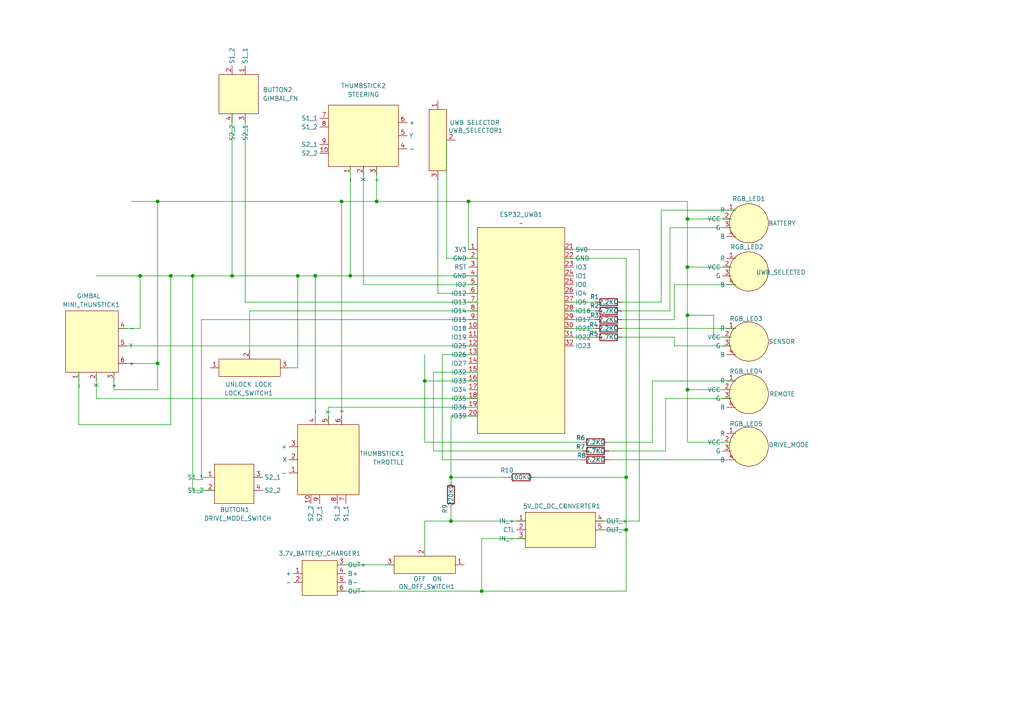
<source format=kicad_sch>
(kicad_sch (version 20250114) (generator "eeschema") (generator_version "9.0")
  (paper "A4")
  (title_block (title "Autocam Remote") (date "2025-03-18") (rev "v0.3"))
  (lib_symbols
    (symbol "Autocam:3_PIN_Switch"
      (property "Reference" "U?" (at -0.254 5.334 0))
      (symbol "3_PIN_Switch_1_1"
        (rectangle (start -8.89 2.54) (end 8.89 -2.54) (fill (type color) (color 255 255 194 1)))
        (pin passive line (at -8.89 0 180) (length 2.54) (name "") (number "1"))
        (pin passive line (at 0 -2.54 270) (length 2.54) (name "") (number "2"))
        (pin passive line (at 8.89 0 0) (length 2.54) (name "") (number "3"))
      )
    )
    (symbol "Autocam:5V_DC_Converter_Rectangle"
      (property "Reference" "U?" (at 0 6.604 0))
      (symbol "5V_DC_Converter_Rectangle_1_1"
        (rectangle (start -10.16 5.08) (end 10.16 -5.08) (fill (type color) (color 255 255 194 1)))
        (pin power_in line (at -10.16 2.54 180) (length 2.54) (name "IN_+") (number "1"))
        (pin input line (at -10.16 0 180) (length 2.54) (name "CTL") (number "2"))
        (pin power_in line (at -10.16 -2.54 180) (length 2.54) (name "IN_-") (number "3"))
        (pin power_out line (at 10.16 2.54 0) (length 2.54) (name "OUT_+") (number "4"))
        (pin power_out line (at 10.16 0 0) (length 2.54) (name "OUT_-") (number "5"))
      )
    )
    (symbol "Autocam:ANODE_RGB_LED_Round"
      (property "Reference" "U?" (at 0 7.62 0))
      (symbol "ANODE_RGB_LED_Round_1_1"
        (circle (center 0 0) (radius 5.6796) (fill (type color) (color 255 255 194 1)))
        (pin power_in line (at -5.08 1.27 180) (length 2.54) (name "VCC") (number "2"))
        (pin passive line (at -5.08 -1.27 180) (length 2.54) (name "G") (number "3"))
        (pin passive line (at -3.81 3.81 180) (length 2.54) (name "R") (number "1"))
        (pin passive line (at -3.81 -3.81 180) (length 2.54) (name "B") (number "4"))
      )
    )
    (symbol "Autocam:Makersfab_ESP32_UWB"
      (property "Reference" "U?" (at -0.508 31.75 0))
      (symbol "Makersfab_ESP32_UWB_1_1"
        (rectangle (start -12.7 29.21) (end 12.7 -30.48) (fill (type color) (color 255 255 194 1)))
        (pin power_out line (at -12.7 22.86 180) (length 2.54) (name "3V3") (number "1"))
        (pin power_in line (at -12.7 20.32 180) (length 2.54) (name "GND") (number "2"))
        (pin input line (at -12.7 17.78 180) (length 2.54) (name "RST") (number "3"))
        (pin power_in line (at -12.7 15.24 180) (length 2.54) (name "GND") (number "4"))
        (pin bidirectional line (at -12.7 12.7 180) (length 2.54) (name "IO2") (number "5"))
        (pin bidirectional line (at -12.7 10.16 180) (length 2.54) (name "IO12") (number "6"))
        (pin bidirectional line (at -12.7 7.62 180) (length 2.54) (name "IO13") (number "7"))
        (pin bidirectional line (at -12.7 5.08 180) (length 2.54) (name "IO14") (number "8"))
        (pin bidirectional line (at -12.7 2.54 180) (length 2.54) (name "IO15") (number "9"))
        (pin bidirectional line (at -12.7 0 180) (length 2.54) (name "IO18") (number "10"))
        (pin bidirectional line (at -12.7 -2.54 180) (length 2.54) (name "IO19") (number "11"))
        (pin bidirectional line (at -12.7 -5.08 180) (length 2.54) (name "IO25") (number "12"))
        (pin bidirectional line (at -12.7 -7.62 180) (length 2.54) (name "IO26") (number "13"))
        (pin bidirectional line (at -12.7 -10.16 180) (length 2.54) (name "IO27") (number "14"))
        (pin bidirectional line (at -12.7 -12.7 180) (length 2.54) (name "IO32") (number "15"))
        (pin bidirectional line (at -12.7 -15.24 180) (length 2.54) (name "IO33") (number "16"))
        (pin bidirectional line (at -12.7 -17.78 180) (length 2.54) (name "IO34") (number "17"))
        (pin bidirectional line (at -12.7 -20.32 180) (length 2.54) (name "IO35") (number "18"))
        (pin bidirectional line (at -12.7 -22.86 180) (length 2.54) (name "IO36") (number "19"))
        (pin bidirectional line (at -12.7 -25.4 180) (length 2.54) (name "IO39") (number "20"))
        (pin power_in line (at 12.7 22.86 0) (length 2.54) (name "5V0") (number "21"))
        (pin power_in line (at 12.7 20.32 0) (length 2.54) (name "GND") (number "22"))
        (pin bidirectional line (at 12.7 17.78 0) (length 2.54) (name "IO3") (number "23"))
        (pin bidirectional line (at 12.7 15.24 0) (length 2.54) (name "IO1") (number "24"))
        (pin bidirectional line (at 12.7 12.7 0) (length 2.54) (name "IO0") (number "25"))
        (pin bidirectional line (at 12.7 10.16 0) (length 2.54) (name "IO4") (number "26"))
        (pin bidirectional line (at 12.7 7.62 0) (length 2.54) (name "IO5") (number "27"))
        (pin bidirectional line (at 12.7 5.08 0) (length 2.54) (name "IO16") (number "28"))
        (pin bidirectional line (at 12.7 2.54 0) (length 2.54) (name "IO17") (number "29"))
        (pin bidirectional line (at 12.7 0 0) (length 2.54) (name "IO21") (number "30"))
        (pin bidirectional line (at 12.7 -2.54 0) (length 2.54) (name "IO22") (number "31"))
        (pin bidirectional line (at 12.7 -5.08 0) (length 2.54) (name "IO23") (number "32"))
      )
    )
    (symbol "Autocam:Mini_2_Axis_Analog_Thumbstick"
      (property "Reference" "U?" (at -0.762 9.398 0))
      (symbol "Mini_2_Axis_Analog_Thumbstick_1_1"
        (rectangle (start -10.16 7.62) (end 7.62 -7.62) (fill (type color) (color 255 255 194 1)))
        (pin power_in line (at -5.08 -7.62 270) (length 2.54) (name "-") (number "4"))
        (pin output line (at 0 -7.62 270) (length 2.54) (name "Y") (number "5"))
        (pin power_in line (at 5.08 -7.62 270) (length 2.54) (name "+") (number "6"))
        (pin power_in line (at 7.62 3.81 0) (length 2.54) (name "-") (number "1"))
        (pin power_in line (at 7.62 -1.27 0) (length 2.54) (name "X") (number "2"))
        (pin power_in line (at 7.62 -6.35 0) (length 2.54) (name "+") (number "3"))
      )
    )
    (symbol "Autocam:Simple Resistor" (pin_numbers (hide yes)) (pin_names (offset 0))
      (property "Reference" "R" (at 2.032 0 90))
      (property "Value" "Simple Resistor" (at 0 0 90))
      (symbol "Simple Resistor_0_1"
        (rectangle (start -1.016 -2.54) (end 1.016 2.54) (stroke (width 0.254)))
      )
      (symbol "Simple Resistor_1_1"
        (pin passive line (at 0 3.81 270) (length 1.27) (name "~") (number "1"))
        (pin passive line (at 0 -3.81 90) (length 1.27) (name "~") (number "2"))
      )
    )
    (symbol "Autocam:Tactile_Switch_Button_Square"
      (property "Reference" "U" (at -0.762 7.62 0))
      (symbol "Tactile_Switch_Button_Square_1_1"
        (rectangle (start -6.35 6.35) (end 5.08 -5.08) (fill (type color) (color 255 255 194 1)))
        (pin passive line (at -6.35 2.54 180) (length 2.54) (name "S1_1") (number "1"))
        (pin passive line (at -6.35 -1.27 180) (length 2.54) (name "S1_2") (number "2"))
        (pin passive line (at 5.08 2.54 0) (length 2.54) (name "S2_1") (number "3"))
        (pin passive line (at 5.08 -1.27 0) (length 2.54) (name "S2_2") (number "4"))
      )
    )
    (symbol "Autocam:USB-C_3.7V_Lithium_Battery_Charger"
      (property "Reference" "U" (at 0 7.366 0))
      (symbol "USB-C_3.7V_Lithium_Battery_Charger_1_1"
        (rectangle (start -5.08 5.08) (end 5.08 -5.08) (fill (type color) (color 255 255 194 1)))
        (pin input line (at -5.08 1.27 180) (length 2.54) (name "+") (number "1"))
        (pin input line (at -5.08 -1.27 180) (length 2.54) (name "-") (number "2"))
        (pin output line (at 5.08 3.81 0) (length 2.54) (name "OUT+") (number "3"))
        (pin input line (at 5.08 1.27 0) (length 2.54) (name "B+") (number "4"))
        (pin input line (at 5.08 -1.27 0) (length 2.54) (name "B-") (number "5"))
        (pin output line (at 5.08 -3.81 0) (length 2.54) (name "OUT-") (number "6"))
      )
    )
    (symbol "Autocam:X-Box_Style_Thumbstick"
      (property "Reference" "U?" (at 0 11.43 0))
      (symbol "X-Box_Style_Thumbstick_1_1"
        (rectangle (start -10.16 8.89) (end 10.16 -8.89) (fill (type color) (color 255 255 194 1)))
        (pin passive line (at -10.16 5.08 180) (length 2.54) (name "S1_1") (number "7"))
        (pin passive line (at -10.16 2.54 180) (length 2.54) (name "S1_2") (number "8"))
        (pin passive line (at -10.16 -2.54 180) (length 2.54) (name "S2_1") (number "9"))
        (pin passive line (at -10.16 -5.08 180) (length 2.54) (name "S2_2") (number "10"))
        (pin power_in line (at -3.81 -8.89 270) (length 2.54) (name "-") (number "1"))
        (pin output line (at 0 -8.89 270) (length 2.54) (name "X") (number "2"))
        (pin power_in line (at 3.81 -8.89 270) (length 2.54) (name "+") (number "3"))
        (pin power_in line (at 10.16 3.81 0) (length 2.54) (name "+") (number "6"))
        (pin power_in line (at 10.16 0 0) (length 2.54) (name "Y") (number "5"))
        (pin power_in line (at 10.16 -3.81 0) (length 2.54) (name "-") (number "4"))
      )
    )
  )
  (junction (at 199.39 77.47))
  (junction (at 130.81 151.13))
  (junction (at 49.53 80.01))
  (junction (at 86.36 80.01))
  (junction (at 67.31 80.01))
  (junction (at 130.81 138.43))
  (junction (at 123.19 110.49))
  (junction (at 101.6 80.01))
  (junction (at 199.39 113.03))
  (junction (at 181.61 138.43))
  (junction (at 199.39 63.5))
  (junction (at 40.64 80.01))
  (junction (at 139.7 171.45))
  (junction (at 99.06 58.42))
  (junction (at 109.22 58.42))
  (junction (at 199.39 91.44))
  (junction (at 135.89 58.42))
  (junction (at 181.61 153.67))
  (junction (at 91.44 80.01))
  (junction (at 45.72 58.42))
  (junction (at 45.72 105.41))
  (junction (at 55.88 80.01))
  (wire (pts (xy 138.43 118.11) (xy 95.25 118.11)))
  (wire (pts (xy 62.23 138.43) (xy 58.42 138.43)))
  (wire (pts (xy 180.34 87.63) (xy 191.77 87.63)))
  (wire (pts (xy 71.12 33.02) (xy 71.12 87.63)))
  (wire (pts (xy 27.94 115.57) (xy 27.94 107.95)))
  (wire (pts (xy 199.39 113.03) (xy 199.39 128.27)))
  (wire (pts (xy 97.79 171.45) (xy 139.7 171.45)))
  (wire (pts (xy 58.42 138.43) (xy 58.42 92.71)))
  (wire (pts (xy 212.09 97.79) (xy 207.01 97.79)))
  (wire (pts (xy 207.01 91.44) (xy 199.39 91.44)))
  (wire (pts (xy 99.06 58.42) (xy 109.22 58.42)))
  (wire (pts (xy 130.81 151.13) (xy 152.4 151.13)))
  (wire (pts (xy 55.88 80.01) (xy 67.31 80.01)))
  (wire (pts (xy 168.91 133.35) (xy 128.27 133.35)))
  (wire (pts (xy 163.83 95.25) (xy 172.72 95.25)))
  (wire (pts (xy 128.27 102.87) (xy 128.27 133.35)))
  (wire (pts (xy 105.41 48.26) (xy 105.41 82.55)))
  (wire (pts (xy 49.53 123.19) (xy 49.53 80.01)))
  (wire (pts (xy 199.39 63.5) (xy 212.09 63.5)))
  (wire (pts (xy 34.29 105.41) (xy 45.72 105.41)))
  (wire (pts (xy 172.72 92.71) (xy 163.83 92.71)))
  (wire (pts (xy 172.72 153.67) (xy 181.61 153.67)))
  (wire (pts (xy 33.02 113.03) (xy 33.02 107.95)))
  (wire (pts (xy 128.27 102.87) (xy 138.43 102.87)))
  (wire (pts (xy 138.43 107.95) (xy 125.73 107.95)))
  (wire (pts (xy 180.34 95.25) (xy 213.36 95.25)))
  (wire (pts (xy 22.86 123.19) (xy 49.53 123.19)))
  (wire (pts (xy 125.73 130.81) (xy 168.91 130.81)))
  (wire (pts (xy 176.53 133.35) (xy 213.36 133.35)))
  (wire (pts (xy 123.19 128.27) (xy 123.19 110.49)))
  (wire (pts (xy 22.86 107.95) (xy 22.86 123.19)))
  (wire (pts (xy 67.31 80.01) (xy 86.36 80.01)))
  (wire (pts (xy 45.72 105.41) (xy 45.72 113.03)))
  (wire (pts (xy 86.36 106.68) (xy 86.36 80.01)))
  (wire (pts (xy 123.19 161.29) (xy 123.19 151.13)))
  (wire (pts (xy 189.23 128.27) (xy 176.53 128.27)))
  (wire (pts (xy 99.06 58.42) (xy 99.06 123.19)))
  (wire (pts (xy 199.39 63.5) (xy 199.39 77.47)))
  (wire (pts (xy 191.77 60.96) (xy 191.77 87.63)))
  (wire (pts (xy 199.39 91.44) (xy 199.39 113.03)))
  (wire (pts (xy 199.39 77.47) (xy 212.09 77.47)))
  (wire (pts (xy 58.42 92.71) (xy 138.43 92.71)))
  (wire (pts (xy 123.19 110.49) (xy 123.19 102.87)))
  (wire (pts (xy 199.39 113.03) (xy 212.09 113.03)))
  (wire (pts (xy 91.44 80.01) (xy 101.6 80.01)))
  (wire (pts (xy 163.83 87.63) (xy 172.72 87.63)))
  (wire (pts (xy 212.09 66.04) (xy 194.31 66.04)))
  (wire (pts (xy 129.54 74.93) (xy 138.43 74.93)))
  (wire (pts (xy 139.7 156.21) (xy 152.4 156.21)))
  (wire (pts (xy 38.1 58.42) (xy 45.72 58.42)))
  (wire (pts (xy 172.72 151.13) (xy 185.42 151.13)))
  (wire (pts (xy 123.19 110.49) (xy 138.43 110.49)))
  (wire (pts (xy 135.89 72.39) (xy 138.43 72.39)))
  (wire (pts (xy 135.89 58.42) (xy 135.89 72.39)))
  (wire (pts (xy 139.7 171.45) (xy 139.7 156.21)))
  (wire (pts (xy 185.42 151.13) (xy 185.42 72.39)))
  (wire (pts (xy 212.09 128.27) (xy 199.39 128.27)))
  (wire (pts (xy 109.22 58.42) (xy 135.89 58.42)))
  (wire (pts (xy 172.72 97.79) (xy 163.83 97.79)))
  (wire (pts (xy 130.81 120.65) (xy 138.43 120.65)))
  (wire (pts (xy 129.54 40.64) (xy 129.54 74.93)))
  (wire (pts (xy 181.61 153.67) (xy 181.61 171.45)))
  (wire (pts (xy 34.29 100.33) (xy 138.43 100.33)))
  (wire (pts (xy 193.04 130.81) (xy 193.04 115.57)))
  (wire (pts (xy 130.81 147.32) (xy 130.81 151.13)))
  (wire (pts (xy 138.43 87.63) (xy 71.12 87.63)))
  (wire (pts (xy 55.88 142.24) (xy 55.88 80.01)))
  (wire (pts (xy 72.39 104.14) (xy 72.39 90.17)))
  (wire (pts (xy 33.02 113.03) (xy 45.72 113.03)))
  (wire (pts (xy 193.04 115.57) (xy 212.09 115.57)))
  (wire (pts (xy 95.25 118.11) (xy 95.25 123.19)))
  (wire (pts (xy 185.42 72.39) (xy 163.83 72.39)))
  (wire (pts (xy 101.6 48.26) (xy 101.6 80.01)))
  (wire (pts (xy 130.81 138.43) (xy 130.81 139.7)))
  (wire (pts (xy 181.61 74.93) (xy 181.61 138.43)))
  (wire (pts (xy 139.7 171.45) (xy 181.61 171.45)))
  (wire (pts (xy 207.01 97.79) (xy 207.01 91.44)))
  (wire (pts (xy 86.36 80.01) (xy 91.44 80.01)))
  (wire (pts (xy 127 85.09) (xy 138.43 85.09)))
  (wire (pts (xy 195.58 82.55) (xy 195.58 92.71)))
  (wire (pts (xy 163.83 90.17) (xy 172.72 90.17)))
  (wire (pts (xy 199.39 58.42) (xy 199.39 63.5)))
  (wire (pts (xy 91.44 80.01) (xy 91.44 123.19)))
  (wire (pts (xy 213.36 82.55) (xy 195.58 82.55)))
  (wire (pts (xy 72.39 90.17) (xy 138.43 90.17)))
  (wire (pts (xy 101.6 80.01) (xy 138.43 80.01)))
  (wire (pts (xy 189.23 110.49) (xy 213.36 110.49)))
  (wire (pts (xy 195.58 97.79) (xy 180.34 97.79)))
  (wire (pts (xy 40.64 95.25) (xy 40.64 80.01)))
  (wire (pts (xy 181.61 74.93) (xy 163.83 74.93)))
  (wire (pts (xy 62.23 142.24) (xy 55.88 142.24)))
  (wire (pts (xy 189.23 110.49) (xy 189.23 128.27)))
  (wire (pts (xy 45.72 58.42) (xy 45.72 105.41)))
  (wire (pts (xy 97.79 163.83) (xy 114.3 163.83)))
  (wire (pts (xy 180.34 90.17) (xy 194.31 90.17)))
  (wire (pts (xy 34.29 95.25) (xy 40.64 95.25)))
  (wire (pts (xy 45.72 58.42) (xy 99.06 58.42)))
  (wire (pts (xy 213.36 60.96) (xy 191.77 60.96)))
  (wire (pts (xy 27.94 80.01) (xy 40.64 80.01)))
  (wire (pts (xy 109.22 48.26) (xy 109.22 58.42)))
  (wire (pts (xy 195.58 100.33) (xy 195.58 97.79)))
  (wire (pts (xy 176.53 130.81) (xy 193.04 130.81)))
  (wire (pts (xy 127 49.53) (xy 127 85.09)))
  (wire (pts (xy 67.31 33.02) (xy 67.31 80.01)))
  (wire (pts (xy 130.81 138.43) (xy 147.32 138.43)))
  (wire (pts (xy 194.31 66.04) (xy 194.31 90.17)))
  (wire (pts (xy 195.58 92.71) (xy 180.34 92.71)))
  (wire (pts (xy 154.94 138.43) (xy 181.61 138.43)))
  (wire (pts (xy 181.61 138.43) (xy 181.61 153.67)))
  (wire (pts (xy 81.28 106.68) (xy 86.36 106.68)))
  (wire (pts (xy 125.73 107.95) (xy 125.73 130.81)))
  (wire (pts (xy 135.89 58.42) (xy 199.39 58.42)))
  (wire (pts (xy 199.39 77.47) (xy 199.39 91.44)))
  (wire (pts (xy 123.19 151.13) (xy 130.81 151.13)))
  (wire (pts (xy 105.41 82.55) (xy 138.43 82.55)))
  (wire (pts (xy 40.64 80.01) (xy 49.53 80.01)))
  (wire (pts (xy 49.53 80.01) (xy 55.88 80.01)))
  (wire (pts (xy 168.91 128.27) (xy 123.19 128.27)))
  (wire (pts (xy 130.81 120.65) (xy 130.81 138.43)))
  (wire (pts (xy 138.43 115.57) (xy 27.94 115.57)))
  (wire (pts (xy 212.09 100.33) (xy 195.58 100.33)))
  (symbol (lib_id "Autocam:X-Box_Style_Thumbstick") (at 105.41 39.37 0) (unit 1)
    (property "Reference" "THUMBSTICK2" (at 105.41 24.892 0))
    (property "Value" "STEERING" (at 105.41 27.432 0))
    (property "Footprint" "Autocam:X-Box Style Thumbstick" (effects (hide yes)))
  )
  (symbol (lib_id "Autocam:ANODE_RGB_LED_Round") (at 217.17 99.06 0) (unit 1)
    (property "Reference" "RGB_LED3" (at 221.234 92.456 0) (effects (justify right)))
    (property "Value" "SENSOR" (at 230.632 99.06 0) (effects (justify right)))
    (property "Footprint" "Autocam:Anode RGB LED (Round)" (effects (hide yes)))
  )
  (symbol (lib_id "Autocam:USB-C_3.7V_Lithium_Battery_Charger") (at 92.71 167.64 0) (unit 1)
    (property "Reference" "3.7V_BATTERY_CHARGER1" (at 92.71 160.528 0))
    (property "Value" "~" (at 92.71 161.29 0))
    (property "Footprint" "Autocam:USB-C 3.7V Lithium Battery Charger" (effects (hide yes)))
  )
  (symbol (lib_id "Autocam:3_PIN_Switch") (at 123.19 163.83 180) (unit 1)
    (property "Reference" "ON_OFF_SWITCH1" (at 115.57 170.18 0) (effects (justify right)))
    (property "Value" "OFF  ON" (at 119.888 167.894 0) (effects (justify right)))
    (property "Footprint" "Autocam:3-PIN Switch" (effects (hide yes)))
  )
  (symbol (lib_id "Autocam:Simple Resistor") (at 176.53 92.71 90) (unit 1)
    (property "Reference" "R3" (at 172.466 91.44 90))
    (property "Value" "2.2KΩ" (at 176.53 92.71 90))
    (property "Footprint" "Autocam:Simple Resistor" (effects (hide yes)))
    (property "Description" "Resistor" (effects (hide yes)))
  )
  (symbol (lib_id "Autocam:Simple Resistor") (at 176.53 90.17 90) (mirror x) (unit 1)
    (property "Reference" "R2" (at 172.466 88.646 90))
    (property "Value" "4.7KΩ" (at 176.53 90.17 90))
    (property "Footprint" "Autocam:Simple Resistor" (effects (hide yes)))
    (property "Description" "Resistor" (effects (hide yes)))
  )
  (symbol (lib_id "Autocam:Simple Resistor") (at 151.13 138.43 90) (unit 1)
    (property "Reference" "R10" (at 147.066 136.398 90))
    (property "Value" "100KΩ" (at 151.13 138.43 90))
    (property "Footprint" "Autocam:Simple Resistor" (effects (hide yes)))
    (property "Description" "Resistor" (effects (hide yes)))
  )
  (symbol (lib_id "Autocam:5V_DC_Converter_Rectangle") (at 162.56 153.67 0) (unit 1)
    (property "Reference" "5V_DC_DC_CONVERTER1" (at 151.638 146.812 0) (effects (justify left)))
    (property "Value" "~" (at 163.83 147.32 90) (effects (justify left)))
    (property "Footprint" "Autocam:5V DC-DC Step Up Converter (Rectangle)" (effects (hide yes)))
  )
  (symbol (lib_id "Autocam:ANODE_RGB_LED_Round") (at 217.17 64.77 0) (unit 1)
    (property "Reference" "RGB_LED1" (at 221.996 57.658 0) (effects (justify right)))
    (property "Value" "BATTERY" (at 226.822 64.77 0))
    (property "Footprint" "Autocam:Anode RGB LED (Round)" (effects (hide yes)))
  )
  (symbol (lib_id "Autocam:Simple Resistor") (at 172.72 133.35 90) (unit 1)
    (property "Reference" "R8" (at 168.656 132.08 90))
    (property "Value" "2.2KΩ" (at 172.72 133.35 90))
    (property "Footprint" "Autocam:Simple Resistor" (effects (hide yes)))
    (property "Description" "Resistor" (effects (hide yes)))
  )
  (symbol (lib_id "Autocam:Tactile_Switch_Button_Square") (at 68.58 140.97 0) (unit 1)
    (property "Reference" "BUTTON1" (at 63.754 147.828 0) (effects (justify left)))
    (property "Value" "DRIVE_MODE_SWITCH" (at 59.182 150.368 0) (effects (justify left)))
    (property "Footprint" "Autocam:Tactile Switch Button (Square)" (effects (hide yes)))
  )
  (symbol (lib_id "Autocam:Makersfab_ESP32_UWB") (at 151.13 95.25 0) (unit 1)
    (property "Reference" "ESP32_UWB1" (at 151.13 62.23 0))
    (property "Value" "~" (at 151.13 64.77 0))
    (property "Footprint" "Autocam:Makersfab ESP32 UWB" (effects (hide yes)))
  )
  (symbol (lib_id "Autocam:ANODE_RGB_LED_Round") (at 217.17 129.54 0) (unit 1)
    (property "Reference" "RGB_LED5" (at 221.234 122.936 0) (effects (justify right)))
    (property "Value" "DRIVE_MODE" (at 234.696 129.032 0) (effects (justify right)))
    (property "Footprint" "Autocam:Anode RGB LED (Round)" (effects (hide yes)))
  )
  (symbol (lib_id "Autocam:Simple Resistor") (at 176.53 97.79 90) (unit 1)
    (property "Reference" "R5" (at 172.212 96.774 90))
    (property "Value" "4.7KΩ" (at 176.53 97.79 90))
    (property "Footprint" "Autocam:Simple Resistor" (effects (hide yes)))
    (property "Description" "Resistor" (effects (hide yes)))
  )
  (symbol (lib_id "Autocam:3_PIN_Switch") (at 72.39 106.68 0) (mirror x) (unit 1)
    (property "Reference" "LOCK_SWITCH1" (at 72.136 114.046 0))
    (property "Value" "UNLOCK LOCK" (at 72.136 111.506 0))
    (property "Footprint" "Autocam:3-PIN Switch" (effects (hide yes)))
  )
  (symbol (lib_id "Autocam:Mini_2_Axis_Analog_Thumbstick") (at 26.67 100.33 90) (mirror x) (unit 1)
    (property "Reference" "MINI_THUNSTICK1" (at 34.798 88.392 90) (effects (justify left)))
    (property "Value" "GIMBAL" (at 29.21 85.852 90) (effects (justify left)))
    (property "Footprint" "Autocam:Mini 2-Axis Analog Thumbstick" (effects (hide yes)))
  )
  (symbol (lib_id "Autocam:Simple Resistor") (at 176.53 95.25 90) (unit 1)
    (property "Reference" "R4" (at 172.212 94.234 90))
    (property "Value" "2.2KΩ" (at 176.53 95.25 90))
    (property "Footprint" "Autocam:Simple Resistor" (effects (hide yes)))
    (property "Description" "Resistor" (effects (hide yes)))
  )
  (symbol (lib_id "Autocam:X-Box_Style_Thumbstick") (at 95.25 133.35 270) (mirror x) (unit 1)
    (property "Reference" "THUMBSTICK1" (at 117.348 131.572 90) (effects (justify right)))
    (property "Value" "THROTTLE" (at 117.348 134.112 90) (effects (justify right)))
    (property "Footprint" "Autocam:X-Box Style Thumbstick" (effects (hide yes)))
  )
  (symbol (lib_id "Autocam:Tactile_Switch_Button_Square") (at 68.58 27.94 270) (unit 1)
    (property "Reference" "BUTTON2" (at 76.2 26.0349 90) (effects (justify left)))
    (property "Value" "GIMBAL_FN" (at 76.2 28.5749 90) (effects (justify left)))
    (property "Footprint" "Autocam:Tactile Switch Button (Square)" (effects (hide yes)))
  )
  (symbol (lib_id "Autocam:ANODE_RGB_LED_Round") (at 217.17 78.74 0) (unit 1)
    (property "Reference" "RGB_LED2" (at 221.488 71.628 0) (effects (justify right)))
    (property "Value" "UWB_SELECTED" (at 233.68 78.994 0) (effects (justify right)))
    (property "Footprint" "Autocam:Anode RGB LED (Round)" (effects (hide yes)))
  )
  (symbol (lib_id "Autocam:ANODE_RGB_LED_Round") (at 217.17 114.3 0) (unit 1)
    (property "Reference" "RGB_LED4" (at 221.234 107.696 0) (effects (justify right)))
    (property "Value" "REMOTE" (at 230.632 114.3 0) (effects (justify right)))
    (property "Footprint" "Autocam:Anode RGB LED (Round)" (effects (hide yes)))
  )
  (symbol (lib_id "Autocam:Simple Resistor") (at 176.53 87.63 90) (mirror x) (unit 1)
    (property "Reference" "R1" (at 172.466 86.106 90))
    (property "Value" "2.2KΩ" (at 176.53 87.63 90))
    (property "Footprint" "Autocam:Simple Resistor" (effects (hide yes)))
    (property "Description" "Resistor" (effects (hide yes)))
  )
  (symbol (lib_id "Autocam:Simple Resistor") (at 172.72 128.27 90) (unit 1)
    (property "Reference" "R6" (at 168.402 127 90))
    (property "Value" "2.2KΩ" (at 172.72 128.27 90))
    (property "Footprint" "Autocam:Simple Resistor" (effects (hide yes)))
    (property "Description" "Resistor" (effects (hide yes)))
  )
  (symbol (lib_id "Autocam:3_PIN_Switch") (at 127 40.64 90) (mirror x) (unit 1)
    (property "Reference" "UWB_SELECTOR1" (at 137.922 37.846 90))
    (property "Value" "UWB SELECTOR" (at 137.668 35.56 90))
    (property "Footprint" "Autocam:3-PIN Switch" (effects (hide yes)))
  )
  (symbol (lib_id "Autocam:Simple Resistor") (at 130.81 143.51 0) (mirror y) (unit 1)
    (property "Reference" "R9" (at 129.032 147.574 90))
    (property "Value" "220KΩ" (at 130.81 143.51 90))
    (property "Footprint" "Autocam:Simple Resistor" (effects (hide yes)))
    (property "Description" "Resistor" (effects (hide yes)))
  )
  (symbol (lib_id "Autocam:Simple Resistor") (at 172.72 130.81 90) (unit 1)
    (property "Reference" "R7" (at 168.402 129.54 90))
    (property "Value" "4.7KΩ" (at 172.72 130.81 90))
    (property "Footprint" "Autocam:Simple Resistor" (effects (hide yes)))
    (property "Description" "Resistor" (effects (hide yes)))
  )
)
</source>
